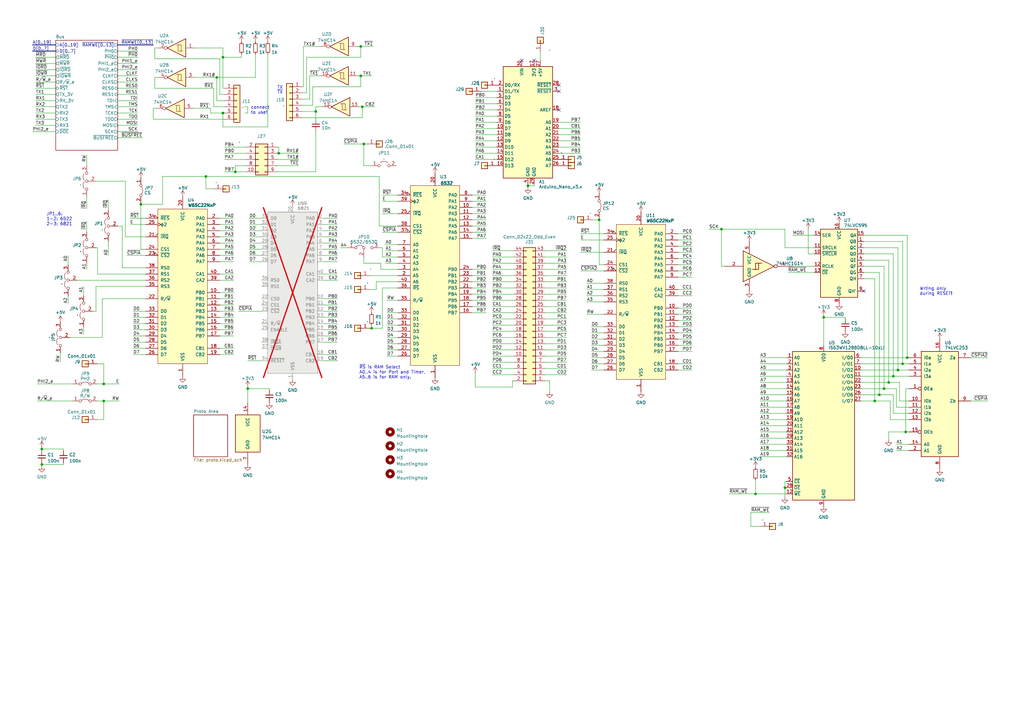
<source format=kicad_sch>
(kicad_sch (version 20230121) (generator eeschema)
  (paper "A3")
  (title_block (title "Unicomp v2 - MOS Multi Parallel Board") (date "2023-07-06") (rev "v1") (company "100% Offner") (comment 1 "v1: Initial"))
  (junction (at 147.955 19.05))
  (junction (at 152.4 134.62))
  (junction (at 91.44 23.495))
  (junction (at 372.11 146.685))
  (junction (at 129.54 45.72))
  (junction (at 147.955 31.115))
  (junction (at 101.6 159.385))
  (junction (at 245.745 90.17))
  (junction (at 337.82 130.175))
  (junction (at 370.205 149.225))
  (junction (at 371.475 177.165))
  (junction (at 368.3 151.765))
  (junction (at 42.545 157.48))
  (junction (at 114.3 62.865))
  (junction (at 362.585 159.385))
  (junction (at 42.545 164.465))
  (junction (at 360.68 161.925))
  (junction (at 96.52 70.485))
  (junction (at 17.145 184.15))
  (junction (at 91.44 46.355))
  (junction (at 364.49 156.845))
  (junction (at 321.945 200.025))
  (junction (at 57.785 83.82))
  (junction (at 358.775 164.465))
  (junction (at 88.9 31.75))
  (junction (at 309.88 202.565))
  (junction (at 366.395 154.305))
  (junction (at 148.59 43.815))
  (junction (at 17.145 190.5))
  (junction (at 84.455 72.39))
  (junction (at 295.91 93.98))
  (junction (at 216.535 76.2))
  (junction (at 149.225 59.055))
  (no_connect (at 219.075 24.765))
  (no_connect (at 229.235 45.085))
  (no_connect (at 213.995 24.765))
  (no_connect (at 229.235 37.465))
  (no_connect (at 229.235 34.925))
  (no_connect (at 354.33 119.38))
  (wire (pts (xy 331.47 93.98) (xy 331.47 104.14)))
  (wire (pts (xy 353.06 146.685) (xy 372.11 146.685)))
  (wire (pts (xy 132.715 89.535) (xy 138.43 89.535)))
  (wire (pts (xy 194.945 57.785) (xy 203.835 57.785)))
  (wire (pts (xy 194.945 153.035) (xy 194.945 158.75)))
  (wire (pts (xy 158.75 123.19) (xy 163.195 123.19)))
  (wire (pts (xy 35.56 107.95) (xy 35.56 110.49)))
  (wire (pts (xy 26.035 184.15) (xy 26.035 184.785)))
  (wire (pts (xy 63.5 24.13) (xy 63.5 19.685)))
  (wire (pts (xy 152.4 67.945) (xy 149.225 67.945)))
  (wire (pts (xy 139.7 101.6) (xy 142.875 101.6)))
  (wire (pts (xy 128.27 43.18) (xy 128.27 35.56)))
  (wire (pts (xy 278.13 128.905) (xy 283.845 128.905)))
  (wire (pts (xy 14.605 31.115) (xy 22.86 31.115)))
  (wire (pts (xy 278.13 149.225) (xy 283.845 149.225)))
  (wire (pts (xy 129.54 43.815) (xy 129.54 45.72)))
  (wire (pts (xy 155.575 92.71) (xy 155.575 72.39)))
  (wire (pts (xy 113.665 70.485) (xy 129.54 70.485)))
  (wire (pts (xy 53.34 89.535) (xy 59.69 89.535)))
  (wire (pts (xy 84.455 77.47) (xy 84.455 72.39)))
  (wire (pts (xy 223.52 120.65) (xy 232.41 120.65)))
  (wire (pts (xy 48.26 43.815) (xy 56.515 43.815)))
  (wire (pts (xy 51.435 97.155) (xy 59.69 97.155)))
  (wire (pts (xy 278.13 100.965) (xy 283.845 100.965)))
  (bus (pts (xy 48.26 18.415) (xy 62.865 18.415)))
  (wire (pts (xy 229.235 52.705) (xy 238.125 52.705)))
  (wire (pts (xy 223.52 107.95) (xy 232.41 107.95)))
  (wire (pts (xy 129.54 45.72) (xy 123.825 45.72)))
  (wire (pts (xy 240.665 118.745) (xy 247.65 118.745)))
  (wire (pts (xy 158.75 130.81) (xy 163.195 130.81)))
  (wire (pts (xy 311.785 151.765) (xy 322.58 151.765)))
  (wire (pts (xy 337.82 130.175) (xy 337.82 141.605)))
  (wire (pts (xy 100.33 46.355) (xy 101.6 46.355)))
  (wire (pts (xy 91.44 19.685) (xy 91.44 23.495)))
  (wire (pts (xy 353.06 156.845) (xy 364.49 156.845)))
  (wire (pts (xy 278.13 133.985) (xy 283.845 133.985)))
  (wire (pts (xy 372.745 167.005) (xy 367.665 167.005)))
  (wire (pts (xy 201.93 123.19) (xy 210.82 123.19)))
  (wire (pts (xy 102.235 102.235) (xy 107.315 102.235)))
  (wire (pts (xy 99.06 23.495) (xy 91.44 23.495)))
  (wire (pts (xy 156.21 110.49) (xy 156.21 107.95)))
  (wire (pts (xy 398.145 164.465) (xy 405.13 164.465)))
  (wire (pts (xy 366.395 161.925) (xy 366.395 169.545)))
  (wire (pts (xy 27.94 121.285) (xy 27.94 124.46)))
  (wire (pts (xy 114.3 62.865) (xy 122.555 62.865)))
  (wire (pts (xy 193.675 128.27) (xy 199.39 128.27)))
  (wire (pts (xy 223.52 128.27) (xy 232.41 128.27)))
  (wire (pts (xy 52.07 104.775) (xy 59.69 104.775)))
  (wire (pts (xy 372.745 164.465) (xy 368.935 164.465)))
  (wire (pts (xy 201.93 120.65) (xy 210.82 120.65)))
  (wire (pts (xy 311.785 146.685) (xy 322.58 146.685)))
  (wire (pts (xy 132.715 99.695) (xy 138.43 99.695)))
  (wire (pts (xy 372.745 159.385) (xy 371.475 159.385)))
  (wire (pts (xy 193.675 118.11) (xy 199.39 118.11)))
  (wire (pts (xy 242.57 144.145) (xy 247.65 144.145)))
  (wire (pts (xy 66.675 83.82) (xy 57.785 83.82)))
  (wire (pts (xy 148.59 43.815) (xy 147.32 43.815)))
  (wire (pts (xy 372.11 96.52) (xy 372.11 146.685)))
  (wire (pts (xy 80.01 31.75) (xy 88.9 31.75)))
  (wire (pts (xy 223.52 135.89) (xy 232.41 135.89)))
  (wire (pts (xy 194.945 62.865) (xy 203.835 62.865)))
  (wire (pts (xy 229.235 62.865) (xy 238.125 62.865)))
  (wire (pts (xy 158.75 135.89) (xy 163.195 135.89)))
  (wire (pts (xy 101.6 43.815) (xy 101.6 46.355)))
  (wire (pts (xy 194.945 52.705) (xy 203.835 52.705)))
  (wire (pts (xy 201.93 125.73) (xy 210.82 125.73)))
  (wire (pts (xy 54.61 137.795) (xy 59.69 137.795)))
  (wire (pts (xy 48.26 36.195) (xy 56.515 36.195)))
  (wire (pts (xy 216.535 75.565) (xy 216.535 76.2)))
  (wire (pts (xy 17.145 191.135) (xy 17.145 190.5)))
  (wire (pts (xy 92.075 38.735) (xy 90.17 38.735)))
  (wire (pts (xy 54.61 130.175) (xy 59.69 130.175)))
  (wire (pts (xy 201.93 143.51) (xy 210.82 143.51)))
  (wire (pts (xy 124.46 35.56) (xy 123.825 35.56)))
  (wire (pts (xy 17.145 190.5) (xy 26.035 190.5)))
  (wire (pts (xy 148.59 43.815) (xy 153.67 43.815)))
  (wire (pts (xy 368.3 151.765) (xy 372.745 151.765)))
  (wire (pts (xy 354.33 109.22) (xy 362.585 109.22)))
  (wire (pts (xy 223.52 123.19) (xy 232.41 123.19)))
  (wire (pts (xy 125.73 23.495) (xy 147.955 23.495)))
  (wire (pts (xy 223.52 110.49) (xy 232.41 110.49)))
  (wire (pts (xy 194.945 42.545) (xy 203.835 42.545)))
  (wire (pts (xy 353.06 149.225) (xy 370.205 149.225)))
  (wire (pts (xy 39.37 101.6) (xy 40.005 101.6)))
  (wire (pts (xy 132.715 145.415) (xy 138.43 145.415)))
  (wire (pts (xy 278.13 131.445) (xy 283.845 131.445)))
  (wire (pts (xy 193.675 110.49) (xy 199.39 110.49)))
  (wire (pts (xy 278.13 108.585) (xy 283.845 108.585)))
  (wire (pts (xy 158.115 100.33) (xy 163.195 100.33)))
  (wire (pts (xy 295.91 93.98) (xy 295.91 109.22)))
  (wire (pts (xy 48.26 20.955) (xy 56.515 20.955)))
  (wire (pts (xy 86.36 46.355) (xy 91.44 46.355)))
  (wire (pts (xy 278.13 139.065) (xy 283.845 139.065)))
  (wire (pts (xy 278.13 103.505) (xy 283.845 103.505)))
  (wire (pts (xy 216.535 76.2) (xy 219.075 76.2)))
  (wire (pts (xy 40.005 172.085) (xy 42.545 172.085)))
  (wire (pts (xy 323.215 111.76) (xy 334.01 111.76)))
  (wire (pts (xy 372.745 172.085) (xy 365.125 172.085)))
  (wire (pts (xy 48.26 28.575) (xy 56.515 28.575)))
  (wire (pts (xy 132.715 140.335) (xy 138.43 140.335)))
  (wire (pts (xy 84.455 72.39) (xy 66.675 72.39)))
  (wire (pts (xy 372.11 146.685) (xy 372.745 146.685)))
  (wire (pts (xy 90.17 130.175) (xy 95.885 130.175)))
  (wire (pts (xy 278.13 113.665) (xy 283.845 113.665)))
  (wire (pts (xy 353.06 151.765) (xy 368.3 151.765)))
  (wire (pts (xy 360.68 161.925) (xy 366.395 161.925)))
  (wire (pts (xy 245.745 89.535) (xy 245.745 90.17)))
  (wire (pts (xy 158.115 107.95) (xy 163.195 107.95)))
  (wire (pts (xy 131.445 19.05) (xy 124.46 19.05)))
  (wire (pts (xy 370.205 149.225) (xy 372.745 149.225)))
  (wire (pts (xy 14.605 46.355) (xy 22.86 46.355)))
  (wire (pts (xy 39.37 127.635) (xy 39.37 117.475)))
  (wire (pts (xy 311.785 149.225) (xy 322.58 149.225)))
  (wire (pts (xy 156.845 105.41) (xy 156.845 101.6)))
  (wire (pts (xy 102.235 97.155) (xy 107.315 97.155)))
  (wire (pts (xy 51.435 97.155) (xy 51.435 74.295)))
  (wire (pts (xy 210.185 156.21) (xy 210.82 156.21)))
  (wire (pts (xy 321.945 93.98) (xy 295.91 93.98)))
  (wire (pts (xy 97.79 127.635) (xy 107.315 127.635)))
  (wire (pts (xy 92.075 48.895) (xy 62.865 48.895)))
  (wire (pts (xy 201.93 140.97) (xy 210.82 140.97)))
  (wire (pts (xy 48.26 51.435) (xy 56.515 51.435)))
  (wire (pts (xy 13.335 53.975) (xy 22.86 53.975)))
  (wire (pts (xy 197.485 37.465) (xy 203.835 37.465)))
  (wire (pts (xy 158.75 143.51) (xy 163.195 143.51)))
  (wire (pts (xy 152.4 134.62) (xy 156.845 134.62)))
  (wire (pts (xy 35.56 63.5) (xy 35.56 67.945)))
  (wire (pts (xy 90.17 135.255) (xy 95.885 135.255)))
  (wire (pts (xy 311.785 156.845) (xy 322.58 156.845)))
  (wire (pts (xy 193.675 113.03) (xy 199.39 113.03)))
  (wire (pts (xy 238.125 103.505) (xy 247.65 103.505)))
  (wire (pts (xy 132.715 130.175) (xy 138.43 130.175)))
  (wire (pts (xy 132.715 127.635) (xy 138.43 127.635)))
  (wire (pts (xy 201.93 153.67) (xy 210.82 153.67)))
  (wire (pts (xy 102.235 107.315) (xy 107.315 107.315)))
  (wire (pts (xy 90.17 94.615) (xy 95.885 94.615)))
  (wire (pts (xy 54.61 127.635) (xy 59.69 127.635)))
  (wire (pts (xy 127 40.64) (xy 123.825 40.64)))
  (wire (pts (xy 124.46 19.05) (xy 124.46 35.56)))
  (wire (pts (xy 353.06 161.925) (xy 360.68 161.925)))
  (wire (pts (xy 90.17 38.735) (xy 90.17 24.13)))
  (wire (pts (xy 278.13 126.365) (xy 283.845 126.365)))
  (wire (pts (xy 128.27 35.56) (xy 147.955 35.56)))
  (wire (pts (xy 193.675 125.73) (xy 199.39 125.73)))
  (wire (pts (xy 245.745 108.585) (xy 245.745 90.17)))
  (wire (pts (xy 278.13 95.885) (xy 283.845 95.885)))
  (wire (pts (xy 102.235 99.695) (xy 107.315 99.695)))
  (wire (pts (xy 147.955 31.115) (xy 152.4 31.115)))
  (wire (pts (xy 129.54 70.485) (xy 129.54 53.975)))
  (wire (pts (xy 156.845 118.11) (xy 156.845 134.62)))
  (wire (pts (xy 223.52 143.51) (xy 232.41 143.51)))
  (wire (pts (xy 14.605 41.275) (xy 22.86 41.275)))
  (wire (pts (xy 87.63 36.195) (xy 63.5 36.195)))
  (wire (pts (xy 40.005 101.6) (xy 40.005 112.395)))
  (wire (pts (xy 201.93 135.89) (xy 210.82 135.89)))
  (wire (pts (xy 193.675 87.63) (xy 199.39 87.63)))
  (wire (pts (xy 358.775 164.465) (xy 365.125 164.465)))
  (wire (pts (xy 79.375 44.45) (xy 86.36 44.45)))
  (wire (pts (xy 311.785 161.925) (xy 322.58 161.925)))
  (wire (pts (xy 123.825 43.18) (xy 128.27 43.18)))
  (wire (pts (xy 311.785 174.625) (xy 322.58 174.625)))
  (wire (pts (xy 14.605 51.435) (xy 22.86 51.435)))
  (wire (pts (xy 242.57 133.985) (xy 247.65 133.985)))
  (wire (pts (xy 278.13 136.525) (xy 283.845 136.525)))
  (wire (pts (xy 201.93 115.57) (xy 210.82 115.57)))
  (wire (pts (xy 311.785 169.545) (xy 322.58 169.545)))
  (wire (pts (xy 50.165 109.855) (xy 59.69 109.855)))
  (wire (pts (xy 96.52 67.945) (xy 96.52 70.485)))
  (wire (pts (xy 63.5 19.685) (xy 64.77 19.685)))
  (wire (pts (xy 307.975 215.9) (xy 307.975 210.185)))
  (wire (pts (xy 193.675 80.01) (xy 199.39 80.01)))
  (wire (pts (xy 17.145 183.515) (xy 17.145 184.15)))
  (wire (pts (xy 129.54 45.72) (xy 129.54 48.895)))
  (wire (pts (xy 54.61 140.335) (xy 59.69 140.335)))
  (wire (pts (xy 132.715 122.555) (xy 138.43 122.555)))
  (wire (pts (xy 90.17 122.555) (xy 95.885 122.555)))
  (wire (pts (xy 102.235 89.535) (xy 107.315 89.535)))
  (wire (pts (xy 125.73 38.1) (xy 125.73 23.495)))
  (wire (pts (xy 104.775 31.75) (xy 88.9 31.75)))
  (wire (pts (xy 156.845 82.55) (xy 163.195 82.55)))
  (wire (pts (xy 151.765 118.745) (xy 154.305 118.745)))
  (wire (pts (xy 360.68 111.76) (xy 360.68 161.925)))
  (wire (pts (xy 91.44 36.195) (xy 92.075 36.195)))
  (wire (pts (xy 88.9 31.75) (xy 88.9 41.275)))
  (wire (pts (xy 193.675 115.57) (xy 199.39 115.57)))
  (wire (pts (xy 367.665 167.005) (xy 367.665 159.385)))
  (wire (pts (xy 337.82 129.54) (xy 337.82 130.175)))
  (wire (pts (xy 90.17 102.235) (xy 95.885 102.235)))
  (wire (pts (xy 149.225 107.95) (xy 149.225 105.41)))
  (wire (pts (xy 311.785 187.325) (xy 322.58 187.325)))
  (wire (pts (xy 127 31.115) (xy 127 40.64)))
  (wire (pts (xy 371.475 159.385) (xy 371.475 177.165)))
  (wire (pts (xy 278.13 144.145) (xy 283.845 144.145)))
  (wire (pts (xy 147.955 19.05) (xy 146.685 19.05)))
  (wire (pts (xy 240.665 116.205) (xy 247.65 116.205)))
  (wire (pts (xy 50.165 92.71) (xy 48.26 92.71)))
  (wire (pts (xy 156.845 80.01) (xy 163.195 80.01)))
  (wire (pts (xy 311.785 184.785) (xy 322.58 184.785)))
  (wire (pts (xy 311.785 172.085) (xy 322.58 172.085)))
  (wire (pts (xy 14.605 33.655) (xy 22.86 33.655)))
  (wire (pts (xy 156.845 95.25) (xy 163.195 95.25)))
  (wire (pts (xy 158.75 140.97) (xy 163.195 140.97)))
  (wire (pts (xy 90.17 120.015) (xy 95.885 120.015)))
  (wire (pts (xy 223.52 133.35) (xy 232.41 133.35)))
  (wire (pts (xy 201.93 133.35) (xy 210.82 133.35)))
  (wire (pts (xy 48.26 26.035) (xy 56.515 26.035)))
  (wire (pts (xy 132.715 92.075) (xy 138.43 92.075)))
  (wire (pts (xy 365.125 172.085) (xy 365.125 164.465)))
  (wire (pts (xy 201.93 107.95) (xy 210.82 107.95)))
  (wire (pts (xy 229.235 50.165) (xy 238.125 50.165)))
  (wire (pts (xy 44.45 99.06) (xy 44.45 104.775)))
  (wire (pts (xy 158.75 138.43) (xy 163.195 138.43)))
  (wire (pts (xy 122.555 65.405) (xy 113.665 65.405)))
  (wire (pts (xy 297.18 109.22) (xy 295.91 109.22)))
  (bus (pts (xy 22.86 18.415) (xy 13.335 18.415)))
  (wire (pts (xy 90.17 132.715) (xy 95.885 132.715)))
  (wire (pts (xy 242.57 141.605) (xy 247.65 141.605)))
  (wire (pts (xy 156.845 118.11) (xy 163.195 118.11)))
  (wire (pts (xy 156.845 87.63) (xy 163.195 87.63)))
  (wire (pts (xy 321.945 200.025) (xy 321.945 203.835)))
  (wire (pts (xy 149.225 67.945) (xy 149.225 59.055)))
  (wire (pts (xy 242.57 136.525) (xy 247.65 136.525)))
  (wire (pts (xy 242.57 151.765) (xy 247.65 151.765)))
  (wire (pts (xy 370.205 99.06) (xy 370.205 149.225)))
  (wire (pts (xy 54.61 142.875) (xy 59.69 142.875)))
  (wire (pts (xy 90.17 125.095) (xy 95.885 125.095)))
  (wire (pts (xy 201.93 130.81) (xy 210.82 130.81)))
  (wire (pts (xy 364.49 156.845) (xy 368.935 156.845)))
  (wire (pts (xy 100.965 67.945) (xy 96.52 67.945)))
  (wire (pts (xy 50.165 109.855) (xy 50.165 92.71)))
  (wire (pts (xy 354.33 114.3) (xy 358.775 114.3)))
  (wire (pts (xy 223.52 138.43) (xy 232.41 138.43)))
  (wire (pts (xy 201.93 148.59) (xy 210.82 148.59)))
  (wire (pts (xy 109.855 52.07) (xy 91.44 52.07)))
  (wire (pts (xy 28.575 138.43) (xy 41.91 138.43)))
  (wire (pts (xy 278.13 111.125) (xy 283.845 111.125)))
  (wire (pts (xy 309.88 202.565) (xy 322.58 202.565)))
  (wire (pts (xy 358.775 114.3) (xy 358.775 164.465)))
  (wire (pts (xy 311.785 167.005) (xy 322.58 167.005)))
  (wire (pts (xy 240.665 128.905) (xy 247.65 128.905)))
  (wire (pts (xy 48.26 48.895) (xy 56.515 48.895)))
  (wire (pts (xy 223.52 140.97) (xy 232.41 140.97)))
  (wire (pts (xy 63.5 36.195) (xy 63.5 31.75)))
  (wire (pts (xy 62.865 48.895) (xy 62.865 44.45)))
  (wire (pts (xy 148.59 48.26) (xy 148.59 43.815)))
  (wire (pts (xy 309.88 196.85) (xy 309.88 202.565)))
  (wire (pts (xy 54.61 145.415) (xy 59.69 145.415)))
  (wire (pts (xy 24.765 144.78) (xy 24.765 148.59)))
  (wire (pts (xy 223.52 148.59) (xy 232.41 148.59)))
  (wire (pts (xy 48.26 33.655) (xy 56.515 33.655)))
  (wire (pts (xy 90.17 114.935) (xy 95.885 114.935)))
  (wire (pts (xy 156.845 101.6) (xy 155.575 101.6)))
  (wire (pts (xy 354.33 111.76) (xy 360.68 111.76)))
  (wire (pts (xy 223.52 102.87) (xy 232.41 102.87)))
  (wire (pts (xy 114.3 60.325) (xy 113.665 60.325)))
  (wire (pts (xy 354.33 104.14) (xy 366.395 104.14)))
  (wire (pts (xy 371.475 177.165) (xy 372.745 177.165)))
  (wire (pts (xy 240.665 121.285) (xy 247.65 121.285)))
  (wire (pts (xy 366.395 169.545) (xy 372.745 169.545)))
  (wire (pts (xy 311.785 215.9) (xy 307.975 215.9)))
  (wire (pts (xy 194.945 55.245) (xy 203.835 55.245)))
  (wire (pts (xy 90.17 145.415) (xy 95.885 145.415)))
  (wire (pts (xy 364.49 177.165) (xy 371.475 177.165)))
  (wire (pts (xy 14.605 36.195) (xy 22.86 36.195)))
  (wire (pts (xy 132.715 137.795) (xy 138.43 137.795)))
  (wire (pts (xy 42.545 172.085) (xy 42.545 164.465)))
  (wire (pts (xy 90.17 112.395) (xy 95.885 112.395)))
  (wire (pts (xy 42.545 157.48) (xy 40.005 157.48)))
  (wire (pts (xy 54.61 132.715) (xy 59.69 132.715)))
  (wire (pts (xy 101.6 158.75) (xy 101.6 159.385)))
  (wire (pts (xy 221.615 21.59) (xy 221.615 24.765)))
  (wire (pts (xy 48.26 41.275) (xy 56.515 41.275)))
  (wire (pts (xy 321.945 101.6) (xy 334.01 101.6)))
  (wire (pts (xy 364.49 177.165) (xy 364.49 180.34)))
  (wire (pts (xy 131.445 31.115) (xy 127 31.115)))
  (wire (pts (xy 311.785 177.165) (xy 322.58 177.165)))
  (wire (pts (xy 132.715 97.155) (xy 138.43 97.155)))
  (wire (pts (xy 321.945 93.98) (xy 321.945 101.6)))
  (wire (pts (xy 201.93 151.13) (xy 210.82 151.13)))
  (wire (pts (xy 193.675 85.09) (xy 199.39 85.09)))
  (wire (pts (xy 223.52 146.05) (xy 232.41 146.05)))
  (wire (pts (xy 367.665 182.245) (xy 372.745 182.245)))
  (wire (pts (xy 223.52 113.03) (xy 232.41 113.03)))
  (wire (pts (xy 193.675 92.71) (xy 199.39 92.71)))
  (wire (pts (xy 362.585 109.22) (xy 362.585 159.385)))
  (wire (pts (xy 123.825 38.1) (xy 125.73 38.1)))
  (wire (pts (xy 311.785 179.705) (xy 322.58 179.705)))
  (wire (pts (xy 278.13 118.745) (xy 283.845 118.745)))
  (wire (pts (xy 40.005 112.395) (xy 59.69 112.395)))
  (wire (pts (xy 26.035 189.865) (xy 26.035 190.5)))
  (wire (pts (xy 31.75 114.935) (xy 59.69 114.935)))
  (wire (pts (xy 44.45 81.915) (xy 44.45 86.36)))
  (wire (pts (xy 48.26 53.975) (xy 56.515 53.975)))
  (wire (pts (xy 201.93 113.03) (xy 210.82 113.03)))
  (wire (pts (xy 90.17 104.775) (xy 95.885 104.775)))
  (wire (pts (xy 194.945 60.325) (xy 203.835 60.325)))
  (wire (pts (xy 193.675 97.79) (xy 199.39 97.79)))
  (wire (pts (xy 42.545 164.465) (xy 48.895 164.465)))
  (wire (pts (xy 87.63 43.815) (xy 87.63 36.195)))
  (wire (pts (xy 132.715 94.615) (xy 138.43 94.615)))
  (wire (pts (xy 242.57 146.685) (xy 247.65 146.685)))
  (wire (pts (xy 91.44 23.495) (xy 91.44 36.195)))
  (wire (pts (xy 14.605 28.575) (xy 22.86 28.575)))
  (wire (pts (xy 201.93 138.43) (xy 210.82 138.43)))
  (wire (pts (xy 27.94 104.775) (xy 27.94 108.585)))
  (wire (pts (xy 290.83 93.98) (xy 295.91 93.98)))
  (wire (pts (xy 42.545 157.48) (xy 48.895 157.48)))
  (wire (pts (xy 398.145 146.685) (xy 405.13 146.685)))
  (wire (pts (xy 104.775 22.225) (xy 104.775 31.75)))
  (wire (pts (xy 41.91 122.555) (xy 59.69 122.555)))
  (wire (pts (xy 223.52 118.11) (xy 232.41 118.11)))
  (wire (pts (xy 140.97 59.055) (xy 149.225 59.055)))
  (wire (pts (xy 366.395 104.14) (xy 366.395 154.305)))
  (wire (pts (xy 353.06 154.305) (xy 366.395 154.305)))
  (wire (pts (xy 223.52 153.67) (xy 232.41 153.67)))
  (wire (pts (xy 158.75 146.05) (xy 163.195 146.05)))
  (wire (pts (xy 34.29 133.985) (xy 34.29 137.16)))
  (wire (pts (xy 48.26 38.735) (xy 56.515 38.735)))
  (wire (pts (xy 54.61 135.255) (xy 59.69 135.255)))
  (wire (pts (xy 14.605 43.815) (xy 22.86 43.815)))
  (wire (pts (xy 80.01 19.685) (xy 91.44 19.685)))
  (wire (pts (xy 194.945 47.625) (xy 203.835 47.625)))
  (wire (pts (xy 102.235 92.075) (xy 107.315 92.075)))
  (wire (pts (xy 247.65 108.585) (xy 245.745 108.585)))
  (wire (pts (xy 325.12 96.52) (xy 334.01 96.52)))
  (wire (pts (xy 90.17 99.695) (xy 95.885 99.695)))
  (wire (pts (xy 368.935 164.465) (xy 368.935 156.845)))
  (wire (pts (xy 346.71 130.175) (xy 346.71 130.81)))
  (wire (pts (xy 278.13 141.605) (xy 283.845 141.605)))
  (wire (pts (xy 42.545 164.465) (xy 40.005 164.465)))
  (wire (pts (xy 14.605 38.735) (xy 22.86 38.735)))
  (wire (pts (xy 96.52 70.485) (xy 100.965 70.485)))
  (wire (pts (xy 223.52 151.13) (xy 232.41 151.13)))
  (wire (pts (xy 216.535 76.2) (xy 216.535 76.835)))
  (wire (pts (xy 243.205 90.17) (xy 245.745 90.17)))
  (wire (pts (xy 17.145 184.15) (xy 17.145 184.785)))
  (wire (pts (xy 91.44 46.355) (xy 92.075 46.355)))
  (wire (pts (xy 91.44 52.07) (xy 91.44 46.355)))
  (wire (pts (xy 151.765 113.03) (xy 163.195 113.03)))
  (wire (pts (xy 154.305 115.57) (xy 163.195 115.57)))
  (wire (pts (xy 238.125 111.125) (xy 247.65 111.125)))
  (wire (pts (xy 92.075 60.325) (xy 100.965 60.325)))
  (wire (pts (xy 194.945 65.405) (xy 203.835 65.405)))
  (wire (pts (xy 48.26 56.515) (xy 58.42 56.515)))
  (wire (pts (xy 238.125 98.425) (xy 247.65 98.425)))
  (wire (pts (xy 90.17 142.875) (xy 95.885 142.875)))
  (wire (pts (xy 14.605 23.495) (xy 22.86 23.495)))
  (wire (pts (xy 307.975 210.185) (xy 315.595 210.185)))
  (wire (pts (xy 156.21 110.49) (xy 163.195 110.49)))
  (wire (pts (xy 201.93 102.87) (xy 210.82 102.87)))
  (wire (pts (xy 132.715 147.955) (xy 138.43 147.955)))
  (wire (pts (xy 132.715 112.395) (xy 138.43 112.395)))
  (wire (pts (xy 14.605 26.035) (xy 22.86 26.035)))
  (wire (pts (xy 41.91 122.555) (xy 41.91 138.43)))
  (wire (pts (xy 42.545 149.225) (xy 42.545 157.48)))
  (wire (pts (xy 101.6 159.385) (xy 101.6 165.1)))
  (wire (pts (xy 132.715 104.775) (xy 138.43 104.775)))
  (wire (pts (xy 123.825 48.26) (xy 148.59 48.26)))
  (wire (pts (xy 193.675 120.65) (xy 199.39 120.65)))
  (wire (pts (xy 311.785 159.385) (xy 322.58 159.385)))
  (wire (pts (xy 92.075 70.485) (xy 96.52 70.485)))
  (wire (pts (xy 201.93 105.41) (xy 210.82 105.41)))
  (wire (pts (xy 90.17 24.13) (xy 63.5 24.13)))
  (wire (pts (xy 194.945 40.005) (xy 203.835 40.005)))
  (wire (pts (xy 210.185 156.21) (xy 210.185 158.75)))
  (wire (pts (xy 155.575 92.71) (xy 163.195 92.71)))
  (wire (pts (xy 132.715 135.255) (xy 138.43 135.255)))
  (wire (pts (xy 321.945 200.025) (xy 322.58 200.025)))
  (wire (pts (xy 132.715 114.935) (xy 138.43 114.935)))
  (wire (pts (xy 102.235 104.775) (xy 107.315 104.775)))
  (wire (pts (xy 57.785 83.185) (xy 57.785 83.82)))
  (wire (pts (xy 311.785 182.245) (xy 322.58 182.245)))
  (wire (pts (xy 278.13 151.765) (xy 283.845 151.765)))
  (wire (pts (xy 223.52 130.81) (xy 232.41 130.81)))
  (wire (pts (xy 84.455 72.39) (xy 155.575 72.39)))
  (wire (pts (xy 151.765 134.62) (xy 152.4 134.62)))
  (wire (pts (xy 53.34 92.075) (xy 59.69 92.075)))
  (wire (pts (xy 154.305 118.745) (xy 154.305 115.57)))
  (wire (pts (xy 152.4 133.35) (xy 152.4 134.62)))
  (wire (pts (xy 156.845 105.41) (xy 163.195 105.41)))
  (wire (pts (xy 90.17 137.795) (xy 95.885 137.795)))
  (wire (pts (xy 311.785 164.465) (xy 322.58 164.465)))
  (wire (pts (xy 223.52 115.57) (xy 232.41 115.57)))
  (wire (pts (xy 321.945 197.485) (xy 321.945 200.025)))
  (wire (pts (xy 86.36 44.45) (xy 86.36 46.355)))
  (wire (pts (xy 15.24 164.465) (xy 29.845 164.465)))
  (wire (pts (xy 90.17 92.075) (xy 95.885 92.075)))
  (wire (pts (xy 219.075 76.2) (xy 219.075 75.565)))
  (wire (pts (xy 110.49 159.385) (xy 110.49 160.02)))
  (wire (pts (xy 90.17 97.155) (xy 95.885 97.155)))
  (wire (pts (xy 40.005 149.225) (xy 42.545 149.225)))
  (wire (pts (xy 99.06 22.225) (xy 99.06 23.495)))
  (wire (pts (xy 90.17 107.315) (xy 95.885 107.315)))
  (wire (pts (xy 109.855 22.225) (xy 109.855 52.07)))
  (wire (pts (xy 311.785 154.305) (xy 322.58 154.305)))
  (wire (pts (xy 201.93 146.05) (xy 210.82 146.05)))
  (wire (pts (xy 238.125 95.885) (xy 247.65 95.885)))
  (wire (pts (xy 353.06 164.465) (xy 358.775 164.465)))
  (wire (pts (xy 367.665 184.785) (xy 372.745 184.785)))
  (wire (pts (xy 92.075 65.405) (xy 100.965 65.405)))
  (wire (pts (xy 149.225 59.055) (xy 150.495 59.055)))
  (wire (pts (xy 132.08 43.815) (xy 129.54 43.815)))
  (wire (pts (xy 113.665 67.945) (xy 122.555 67.945)))
  (wire (pts (xy 242.57 139.065) (xy 247.65 139.065)))
  (wire (pts (xy 331.47 104.14) (xy 334.01 104.14)))
  (wire (pts (xy 194.945 158.75) (xy 210.185 158.75)))
  (wire (pts (xy 92.075 43.815) (xy 87.63 43.815)))
  (wire (pts (xy 59.69 102.235) (xy 57.785 102.235)))
  (wire (pts (xy 63.5 31.75) (xy 64.77 31.75)))
  (wire (pts (xy 229.235 60.325) (xy 238.125 60.325)))
  (wire (pts (xy 194.945 45.085) (xy 203.835 45.085)))
  (wire (pts (xy 193.675 123.19) (xy 199.39 123.19)))
  (wire (pts (xy 113.665 62.865) (xy 114.3 62.865)))
  (wire (pts (xy 48.26 23.495) (xy 56.515 23.495)))
  (wire (pts (xy 225.425 156.21) (xy 225.425 160.655)))
  (wire (pts (xy 92.075 62.865) (xy 100.965 62.865)))
  (wire (pts (xy 101.6 159.385) (xy 110.49 159.385)))
  (wire (pts (xy 101.6 147.955) (xy 107.315 147.955)))
  (wire (pts (xy 278.13 121.285) (xy 283.845 121.285)))
  (bus (pts (xy 22.86 20.955) (xy 13.335 20.955)))
  (wire (pts (xy 102.235 94.615) (xy 107.315 94.615)))
  (wire (pts (xy 299.085 202.565) (xy 309.88 202.565)))
  (wire (pts (xy 38.1 127.635) (xy 39.37 127.635)))
  (wire (pts (xy 201.93 110.49) (xy 210.82 110.49)))
  (wire (pts (xy 366.395 154.305) (xy 372.745 154.305)))
  (wire (pts (xy 354.33 101.6) (xy 368.3 101.6)))
  (wire (pts (xy 156.21 107.95) (xy 149.225 107.95)))
  (wire (pts (xy 223.52 156.21) (xy 225.425 156.21)))
  (wire (pts (xy 100.33 43.815) (xy 101.6 43.815)))
  (wire (pts (xy 132.715 102.235) (xy 138.43 102.235)))
  (wire (pts (xy 337.82 130.175) (xy 346.71 130.175)))
  (wire (pts (xy 90.17 89.535) (xy 95.885 89.535)))
  (wire (pts (xy 87.63 77.47) (xy 84.455 77.47)))
  (wire (pts (xy 240.665 123.825) (xy 247.65 123.825)))
  (wire (pts (xy 201.93 128.27) (xy 210.82 128.27)))
  (wire (pts (xy 48.26 46.355) (xy 56.515 46.355)))
  (wire (pts (xy 364.49 106.68) (xy 364.49 156.845)))
  (wire (pts (xy 34.29 117.475) (xy 34.29 121.285)))
  (wire (pts (xy 114.3 62.865) (xy 114.3 60.325)))
  (wire (pts (xy 48.26 31.115) (xy 56.515 31.115)))
  (wire (pts (xy 147.955 31.115) (xy 146.685 31.115)))
  (wire (pts (xy 17.145 190.5) (xy 17.145 189.865)))
  (wire (pts (xy 368.3 101.6) (xy 368.3 151.765)))
  (wire (pts (xy 362.585 159.385) (xy 367.665 159.385)))
  (wire (pts (xy 353.06 159.385) (xy 362.585 159.385)))
  (wire (pts (xy 17.145 184.15) (xy 26.035 184.15)))
  (wire (pts (xy 229.235 57.785) (xy 238.125 57.785)))
  (wire (pts (xy 51.435 74.295) (xy 39.37 74.295)))
  (wire (pts (xy 223.52 105.41) (xy 232.41 105.41)))
  (wire (pts (xy 354.33 106.68) (xy 364.49 106.68)))
  (wire (pts (xy 354.33 99.06) (xy 370.205 99.06)))
  (wire (pts (xy 223.52 125.73) (xy 232.41 125.73)))
  (wire (pts (xy 193.675 90.17) (xy 199.39 90.17)))
  (wire (pts (xy 158.75 133.35) (xy 163.195 133.35)))
  (wire (pts (xy 229.235 55.245) (xy 238.125 55.245)))
  (wire (pts (xy 147.955 35.56) (xy 147.955 31.115)))
  (wire (pts (xy 14.605 48.895) (xy 22.86 48.895)))
  (wire (pts (xy 39.37 117.475) (xy 59.69 117.475)))
  (wire (pts (xy 132.715 125.095) (xy 138.43 125.095)))
  (wire (pts (xy 62.865 44.45) (xy 64.135 44.45)))
  (wire (pts (xy 201.93 118.11) (xy 210.82 118.11)))
  (wire (pts (xy 354.33 96.52) (xy 372.11 96.52)))
  (wire (pts (xy 193.675 95.25) (xy 199.39 95.25)))
  (wire (pts (xy 242.57 149.225) (xy 247.65 149.225)))
  (wire (pts (xy 132.715 132.715) (xy 138.43 132.715)))
  (wire (pts (xy 57.785 102.235) (xy 57.785 83.82)))
  (wire (pts (xy 132.715 107.315) (xy 138.43 107.315)))
  (wire (pts (xy 278.13 98.425) (xy 283.845 98.425)))
  (wire (pts (xy 66.675 72.39) (xy 66.675 83.82)))
  (wire (pts (xy 193.675 82.55) (xy 199.39 82.55)))
  (wire (pts (xy 15.24 157.48) (xy 29.845 157.48)))
  (wire (pts (xy 147.955 19.05) (xy 153.035 19.05)))
  (wire (pts (xy 325.12 109.22) (xy 334.01 109.22)))
  (wire (pts (xy 158.115 102.87) (xy 163.195 102.87)))
  (wire (pts (xy 35.56 90.805) (xy 35.56 95.25)))
  (wire (pts (xy 278.13 106.045) (xy 283.845 106.045)))
  (wire (pts (xy 88.9 41.275) (xy 92.075 41.275)))
  (wire (pts (xy 194.945 50.165) (xy 203.835 50.165)))
  (wire (pts (xy 35.56 80.645) (xy 35.56 85.725)))
  (wire (pts (xy 90.17 127.635) (xy 95.885 127.635)))
  (wire (pts (xy 321.945 197.485) (xy 322.58 197.485)))
  (wire (pts (xy 147.955 23.495) (xy 147.955 19.05)))
  (wire (pts (xy 158.75 128.27) (xy 163.195 128.27)))
  (text "Wrting only\nduring RESET!" (at 377.19 121.285 0) (effects (font (size 1.27 1.27)) (justify left bottom)))
  (text "connect\nto use!" (at 102.87 46.99 0) (effects (font (size 1.27 1.27)) (justify left bottom)))
  (text "~{RS} is RAM Select\nA0..4 is for Port and Timer,\nA5..6 is for RAM only." (at 147.32 155.575 0) (effects (font (size 1.27 1.27)) (justify left bottom)))
  (text "JP1..6:\n1-2: 6522\n2-3: 6821" (at 19.05 92.71 0) (effects (font (size 1.27 1.27)) (justify left bottom)))
  (text "TX\n~{TX}" (at 113.665 38.735 0) (effects (font (size 1.27 1.27)) (justify left bottom)))
  (label "PB7" (at 232.41 123.19 180))
  (label "~{RAMWE[0..13]}" (at 62.865 18.415 180))
  (label "D6" (at 242.57 149.225 0))
  (label "~{IOWR}" (at 14.605 31.115 0))
  (label "~{CSPIA}" (at 52.07 104.775 0))
  (label "CC1" (at 283.845 118.745 180))
  (label "PD0" (at 201.93 140.97 0))
  (label "PA4" (at 95.885 99.695 180))
  (label "TX1#" (at 124.46 19.05 0))
  (label "RW" (at 48.895 164.465 180))
  (label "~{TX1}" (at 153.035 19.05 180))
  (label "PA6" (at 95.885 104.775 180))
  (label "PA0" (at 194.945 47.625 0))
  (label "PA3" (at 138.43 97.155 180))
  (label "PB4" (at 238.125 60.325 180))
  (label "PA5" (at 232.41 110.49 180))
  (label "D6" (at 158.75 143.51 0))
  (label "PA3" (at 194.945 55.245 0))
  (label "PD0" (at 283.845 126.365 180))
  (label "PB7" (at 95.885 137.795 180))
  (label "SCK" (at 290.83 93.98 0))
  (label "PA3" (at 199.39 87.63 180))
  (label "CB1" (at 138.43 145.415 180))
  (label "~{RAM_WE}" (at 299.085 202.565 0))
  (label "~{RST}" (at 238.125 95.885 0))
  (label "PB0" (at 138.43 122.555 180))
  (label "A4" (at 139.7 101.6 0))
  (label "PB7" (at 92.075 70.485 0))
  (label "RW" (at 24.765 148.59 90))
  (label "PB4" (at 138.43 132.715 180))
  (label "PC1" (at 283.845 98.425 180))
  (label "D6" (at 54.61 142.875 0))
  (label "PB4" (at 199.39 120.65 180))
  (label "PD6" (at 201.93 148.59 0))
  (label "PHI2_e" (at 56.515 28.575 180))
  (label "PC3" (at 232.41 133.35 180))
  (label "~{RST}" (at 101.6 147.955 0))
  (label "D0" (at 102.235 89.535 0))
  (label "PB4" (at 201.93 120.65 0))
  (label "D7" (at 102.235 107.315 0))
  (label "~{IRQ}" (at 156.845 87.63 0))
  (label "A3" (at 158.115 107.95 0))
  (label "~{TX1}" (at 122.555 67.945 180))
  (label "PD3" (at 283.845 133.985 180))
  (label "PD3" (at 232.41 143.51 180))
  (label "RX1#" (at 88.265 31.75 180))
  (label "D2" (at 102.235 94.615 0))
  (label "PB6" (at 199.39 125.73 180))
  (label "~{BUSFREE}" (at 58.42 56.515 180))
  (label "PD2" (at 201.93 143.51 0))
  (label "D3" (at 54.61 135.255 0))
  (label "PA5" (at 199.39 92.71 180))
  (label "PB7" (at 138.43 140.335 180))
  (label "PB2" (at 138.43 127.635 180))
  (label "PC5" (at 232.41 135.89 180))
  (label "~{RST}" (at 53.34 89.535 0))
  (label "PA2" (at 199.39 85.09 180))
  (label "PH0" (at 56.515 20.955 180))
  (label "A1" (at 367.665 182.245 0))
  (label "PD1" (at 283.845 128.905 180))
  (label "A3" (at 34.29 137.16 90))
  (label "TX2" (at 14.605 46.355 0))
  (label "A4" (at 311.785 149.225 0))
  (label "PB2" (at 194.945 45.085 0))
  (label "TX3" (at 14.605 51.435 0))
  (label "~{IRQ}" (at 35.56 85.725 90))
  (label "PB1" (at 194.945 42.545 0))
  (label "CLKS" (at 56.515 33.655 180))
  (label "PD7" (at 232.41 148.59 180))
  (label "D5" (at 158.75 140.97 0))
  (label "SCK" (at 56.515 53.975 180))
  (label "PD5" (at 232.41 146.05 180))
  (label "PB0" (at 95.885 120.015 180))
  (label "A13" (at 311.785 172.085 0))
  (label "A1" (at 240.665 118.745 0))
  (label "D0" (at 158.75 128.27 0))
  (label "PA5" (at 194.945 60.325 0))
  (label "RW" (at 35.56 63.5 270))
  (label "PA6" (at 199.39 95.25 180))
  (label "PB0" (at 194.945 40.005 0))
  (label "~{IRQ}" (at 201.93 102.87 0))
  (label "RX1" (at 81.915 48.895 0))
  (label "A3" (at 311.785 146.685 0))
  (label "PB1" (at 232.41 115.57 180))
  (label "RX1#" (at 122.555 62.865 180))
  (label "PA7" (at 199.39 97.79 180))
  (label "~{RAM_WE}" (at 315.595 210.185 180))
  (label "A17" (at 311.785 182.245 0))
  (label "A2" (at 158.115 105.41 0))
  (label "TDI" (at 56.515 41.275 180))
  (label "PC4" (at 201.93 135.89 0))
  (label "CB1" (at 232.41 125.73 180))
  (label "R{slash}~{W}_e" (at 15.24 164.465 0))
  (label "~{RST}" (at 14.605 36.195 0))
  (label "R{slash}~{W}_e" (at 14.605 33.655 0))
  (label "~{PH0}" (at 56.515 23.495 180))
  (label "CLKF" (at 56.515 31.115 180))
  (label "PB1" (at 95.885 122.555 180))
  (label "CD1" (at 232.41 151.13 180))
  (label "~{RX1}" (at 87.63 36.195 180))
  (label "PA6" (at 138.43 104.775 180))
  (label "A1" (at 34.29 117.475 270))
  (label "~{CSPIA}" (at 156.845 95.25 0))
  (label "PC0" (at 283.845 95.885 180))
  (label "A0" (at 44.45 104.775 90))
  (label "PB5" (at 232.41 120.65 180))
  (label "A0" (at 27.94 104.775 270))
  (label "CB2" (at 232.41 128.27 180))
  (label "A14" (at 311.785 174.625 0))
  (label "PA0" (at 95.885 89.535 180))
  (label "D0" (at 242.57 133.985 0))
  (label "~{IRQ}" (at 35.56 90.805 270))
  (label "PHI2_e" (at 13.335 53.975 0))
  (label "~{IORD}" (at 14.605 28.575 0))
  (label "~{RX1}'" (at 86.36 44.45 180))
  (label "PA7" (at 138.43 107.315 180))
  (label "CB2" (at 138.43 147.955 180))
  (label "A10" (at 311.785 164.465 0))
  (label "RX3" (at 14.605 48.895 0))
  (label "PD4" (at 201.93 146.05 0))
  (label "PB3" (at 199.39 118.11 180))
  (label "PA4" (at 199.39 90.17 180))
  (label "PB1" (at 199.39 113.03 180))
  (label "D2" (at 54.61 132.715 0))
  (label "PA6" (at 194.945 62.865 0))
  (label "RES1" (at 56.515 38.735 180))
  (label "A1" (at 35.56 110.49 90))
  (label "PC1" (at 232.41 130.81 180))
  (label "D2" (at 242.57 139.065 0))
  (label "CA2" (at 95.885 114.935 180))
  (label "~{CSPIA}" (at 140.97 59.055 0))
  (label "PC3" (at 283.845 103.505 180))
  (label "RW" (at 240.665 128.905 0))
  (label "TDO" (at 56.515 48.895 180))
  (label "MOSI" (at 56.515 51.435 180))
  (label "PC7" (at 283.845 113.665 180))
  (label "CB2" (at 153.67 43.815 180))
  (label "A0" (at 240.665 116.205 0))
  (label "E" (at 156.845 82.55 0))
  (label "PA3" (at 95.885 97.155 180))
  (label "~{IRQ2}" (at 238.125 103.505 0))
  (label "A6" (at 311.785 154.305 0))
  (label "E" (at 53.34 92.075 0))
  (label "A7" (at 311.785 156.845 0))
  (label "RES0" (at 56.515 36.195 180))
  (label "PA0" (at 138.43 89.535 180))
  (label "PA2" (at 194.945 52.705 0))
  (label "~{RAM_WE}" (at 323.215 111.76 0))
  (label "PB5" (at 138.43 135.255 180))
  (label "CB2" (at 95.885 145.415 180))
  (label "D1" (at 158.75 130.81 0))
  (label "PC6" (at 201.93 138.43 0))
  (label "PA5" (at 95.885 102.235 180))
  (label "CA2" (at 201.93 128.27 0))
  (label "A12" (at 311.785 169.545 0))
  (label "CA1" (at 138.43 112.395 180))
  (label "D4" (at 158.75 138.43 0))
  (label "PHI2_e" (at 15.24 157.48 0))
  (label "~{TX1}" (at 127 31.115 0))
  (label "A0" (at 158.115 100.33 0))
  (label "CC2" (at 283.845 121.285 180))
  (label "D1" (at 242.57 136.525 0))
  (label "PD5" (at 283.845 139.065 180))
  (label "TMS" (at 56.515 43.815 180))
  (label "E" (at 48.895 157.48 180))
  (label "CA1" (at 201.93 125.73 0))
  (label "D[0..7]" (at 13.335 20.955 0))
  (label "A2" (at 27.94 124.46 90))
  (label "A5" (at 311.785 151.765 0))
  (label "RX1" (at 14.605 41.275 0))
  (label "PC6" (at 283.845 111.125 180))
  (label "PD6" (at 283.845 141.605 180))
  (label "PD4" (at 283.845 136.525 180))
  (label "~{MWR}" (at 14.605 26.035 0))
  (label "PB5" (at 95.885 132.715 180))
  (label "D5" (at 54.61 140.335 0))
  (label "PA1" (at 194.945 50.165 0))
  (label "D2" (at 158.75 133.35 0))
  (label "D4" (at 54.61 137.795 0))
  (label "PA4" (at 138.43 99.695 180))
  (label "D1" (at 102.235 92.075 0))
  (label "RX2" (at 14.605 43.815 0))
  (label "E" (at 238.125 98.425 0))
  (label "PB4" (at 95.885 130.175 180))
  (label "PB6" (at 238.125 55.245 180))
  (label "PB3" (at 95.885 127.635 180))
  (label "CD2" (at 232.41 153.67 180))
  (label "~{CSPIA}" (at 97.79 127.635 0))
  (label "PA7" (at 92.075 65.405 0))
  (label "PC5" (at 283.845 108.585 180))
  (label "RW" (at 158.75 123.19 0))
  (label "PB4" (at 92.075 60.325 0))
  (label "A19" (at 311.785 187.325 0))
  (label "A8" (at 311.785 159.385 0))
  (label "A1" (at 158.115 102.87 0))
  (label "PB3" (at 138.43 130.175 180))
  (label "PC2" (at 283.845 100.965 180))
  (label "PA6" (at 201.93 113.03 0))
  (label "CA2" (at 138.43 114.935 180))
  (label "TX1" (at 14.605 38.735 0))
  (label "PB2" (at 199.39 115.57 180))
  (label "A9" (at 311.785 161.925 0))
  (label "D7" (at 54.61 145.415 0))
  (label "D6" (at 102.235 104.775 0))
  (label "PA2" (at 201.93 107.95 0))
  (label "~{CSPIA2}" (at 238.125 111.125 0))
  (label "D5" (at 102.235 102.235 0))
  (label "~{CSPIA}" (at 405.13 164.465 180))
  (label "TX1#" (at 122.555 65.405 180))
  (label "PA2" (at 138.43 94.615 180))
  (label "PA4" (at 194.945 57.785 0))
  (label "CC1" (at 201.93 151.13 0))
  (label "~{IRQ2}" (at 232.41 102.87 180))
  (label "PA5" (at 138.43 102.235 180))
  (label "D0" (at 54.61 127.635 0))
  (label "PC2" (at 201.93 133.35 0))
  (label "PB3" (at 232.41 118.11 180))
  (label "A18" (at 311.785 184.785 0))
  (label "PB1" (at 138.43 125.095 180))
  (label "CA1" (at 95.885 112.395 180))
  (label "PA7" (at 95.885 107.315 180))
  (label "D7" (at 242.57 151.765 0))
  (label "A16" (at 311.785 179.705 0))
  (label "PB6" (at 201.93 123.19 0))
  (label "PB3" (at 238.125 62.865 180))
  (label "PA1" (at 199.39 82.55 180))
  (label "PA1" (at 232.41 105.41 180))
  (label "PC7" (at 232.41 138.43 180))
  (label "CC2" (at 201.93 153.67 0))
  (label "PB6" (at 95.885 135.255 180))
  (label "A[0..19]" (at 13.335 18.415 0))
  (label "PB2" (at 201.93 118.11 0))
  (label "~{RST}" (at 156.845 80.01 0))
  (label "D4" (at 242.57 144.145 0))
  (label "~{IRQ}" (at 44.45 81.915 270))
  (label "~{MRD}" (at 14.605 23.495 0))
  (label "CB1" (at 238.125 52.705 180))
  (label "PA2" (at 95.885 94.615 180))
  (label "D3" (at 158.75 135.89 0))
  (label "A11" (at 311.785 167.005 0))
  (label "CD1" (at 283.845 149.225 180))
  (label "PA7" (at 232.41 113.03 180))
  (label "~{CSPIA2}" (at 405.13 146.685 180))
  (label "PC0" (at 201.93 130.81 0))
  (label "D3" (at 242.57 141.605 0))
  (label "PA1" (at 138.43 92.075 180))
  (label "PB0" (at 199.39 110.49 180))
  (label "PB5" (at 238.125 57.785 180))
  (label "PD7" (at 283.845 144.145 180))
  (label "A15" (at 311.785 177.165 0))
  (label "A2" (at 367.665 184.785 0))
  (label "D4" (at 102.235 99.695 0))
  (label "PB5" (at 199.39 123.19 180))
  (label "PA0" (at 201.93 105.41 0))
  (label "A2" (at 240.665 121.285 0))
  (label "PD1" (at 232.41 140.97 180))
  (label "D3" (at 102.235 97.155 0))
  (label "PD2" (at 283.845 131.445 180))
  (label "PA4" (at 201.93 110.49 0))
  (label "A3" (at 240.665 123.825 0))
  (label "PB6" (at 138.43 137.795 180))
  (label "CA1" (at 194.945 65.405 0))
  (label "PC4" (at 283.845 106.045 180))
  (label "TX1" (at 152.4 31.115 180))
  (label "PA0" (at 199.39 80.01 180))
  (label "PB0" (at 92.075 62.865 0))
  (label "PA3" (at 232.41 107.95 180))
  (label "PB7" (at 238.125 50.165 180))
  (label "D5" (at 242.57 146.685 0))
  (label "TCK" (at 56.515 46.355 180))
  (label "D1" (at 54.61 130.175 0))
  (label "PB0" (at 201.93 115.57 0))
  (label "PB7" (at 199.39 128.27 180))
  (label "CD2" (at 283.845 151.765 180))
  (label "D7" (at 158.75 146.05 0))
  (label "PB2" (at 95.885 125.095 180))
  (label "PHI1_e" (at 56.515 26.035 180))
  (label "CB1" (at 95.885 142.875 180))
  (label "MOSI" (at 325.12 96.52 0))
  (label "PA1" (at 95.885 92.075 180))
  (symbol (lib_id "power:GND") (at 344.17 124.46 0) (unit 1)
    (property "Reference" "#PWR051" (effects hide))
    (property "Value" "GND" (at 344.17 128.9034 0))
  )
  (symbol (lib_id "power:GND") (at 216.535 76.835 0) (unit 1)
    (property "Reference" "#PWR043" (effects hide))
    (property "Value" "GND" (at 216.535 81.2784 0))
  )
  (symbol (lib_id "Connector_Generic:Conn_01x01") (at 92.71 77.47 0) (unit 1)
    (property "Reference" "J13" (at 94.742 76.6353 0) (effects (justify left)))
    (property "Value" "." (at 88.265 74.295 0) (effects (justify left)))
    (property "Footprint" "Connector_PinHeader_2.00mm:PinHeader_1x01_P2.00mm_Vertical" (effects hide))
  )
  (symbol (lib_id "74xx:74HC14") (at 101.6 177.8 0) (unit 7)
    (property "Reference" "U2" (at 107.442 176.9653 0) (effects (justify left)))
    (property "Value" "74HC14" (at 107.442 179.5022 0) (effects (justify left)))
    (property "Footprint" "Package_DIP:DIP-14_W7.62mm_Socket" (effects hide))
    (property "Datasheet" "http://www.ti.com/lit/gpn/sn74HC14" (effects hide))
  )
  (symbol (lib_id "power:+3V3") (at 385.445 139.065 0) (unit 1)
    (property "Reference" "#PWR048" (effects hide))
    (property "Value" "+3V3" (at 385.445 135.4892 0))
  )
  (symbol (lib_id "power:+5V") (at 262.89 86.995 0) (unit 1)
    (property "Reference" "#PWR059" (effects hide))
    (property "Value" "+5V" (at 262.89 83.4192 0))
  )
  (symbol (lib_id "power:GND") (at 321.945 203.835 0) (unit 1)
    (property "Reference" "#PWR050" (effects hide))
    (property "Value" "GND" (at 321.945 208.2784 0))
  )
  (symbol (lib_id "65xx:W65C22NxP") (at 74.93 117.475 0) (unit 1)
    (property "Reference" "U4" (at 76.8859 82.034 0) (effects (justify left)))
    (property "Value" "W65C22NxP" (at 76.8859 84.201 0) (effects (font bold italic) (justify left)))
    (property "Footprint" "Package_DIP:DIP-40_W15.24mm_Socket_LongPads" (effects hide))
    (property "Datasheet" "http://www.westerndesigncenter.com/wdc/documentation/w65c22.pdf" (effects hide))
  )
  (symbol (lib_id "Connector_Generic:Conn_01x01") (at 234.315 67.945 0) (unit 1)
    (property "Reference" "J6" (at 236.347 67.1103 0) (effects (justify left)))
    (property "Value" "." (at 229.87 64.77 0) (effects (justify left)))
    (property "Footprint" "Connector_PinHeader_2.00mm:PinHeader_1x01_P2.00mm_Vertical" (effects hide))
  )
  (symbol (lib_id "power:GND") (at 364.49 180.34 0) (unit 1)
    (property "Reference" "#PWR02" (effects hide))
    (property "Value" "GND" (at 364.49 184.7834 0))
  )
  (symbol (lib_id "Device:C_Small") (at 26.035 187.325 0) (unit 1)
    (property "Reference" "C2" (at 28.3591 186.4966 0) (effects (justify left)))
    (property "Value" "100n" (at 28.3591 189.0335 0) (effects (justify left)))
    (property "Footprint" "Capacitor_SMD:C_1206_3216Metric" (effects hide))
  )
  (symbol (lib_id "Connector_Generic:Conn_01x01") (at 221.615 16.51 270) (mirror x) (unit 1)
    (property "Reference" "J30" (at 222.4497 14.478 0) (effects (justify left)))
    (property "Value" "." (at 224.79 20.955 0) (effects (justify left)))
    (property "Footprint" "Connector_PinHeader_2.00mm:PinHeader_1x01_P2.00mm_Vertical" (effects hide))
  )
  (symbol (lib_id "74xx:74HC14") (at 139.065 31.115 0) (mirror y) (unit 5)
    (property "Reference" "U2" (at 133.985 26.0381 0))
    (property "Value" "74HC14" (at 133.985 28.575 0))
    (property "Footprint" "Package_DIP:DIP-14_W7.62mm_Socket" (effects hide))
    (property "Datasheet" "http://www.ti.com/lit/gpn/sn74HC14" (effects hide))
  )
  (symbol (lib_id "power:+3V3") (at 101.6 158.75 0) (unit 1)
    (property "Reference" "#PWR041" (effects hide))
    (property "Value" "+3V3" (at 101.6 155.1742 0))
  )
  (symbol (lib_id "Connector_Generic:Conn_01x06") (at 97.155 41.275 0) (unit 1)
    (property "Reference" "J11" (at 99.187 41.521 0) (effects (justify left)))
    (property "Value" "." (at 99.187 43.569 0) (effects (justify left)))
    (property "Footprint" "Connector_PinHeader_2.54mm:PinHeader_1x06_P2.54mm_Vertical" (effects hide))
  )
  (symbol (lib_id "Connector_Generic:Conn_01x01") (at 146.685 113.03 0) (mirror y) (unit 1)
    (property "Reference" "J14" (at 144.653 112.1953 0) (effects (justify left)))
    (property "Value" "." (at 152.4 109.855 0) (effects (justify left)))
    (property "Footprint" "Connector_PinHeader_2.00mm:PinHeader_1x01_P2.00mm_Vertical" (effects hide))
  )
  (symbol (lib_id "74xx:74HC14") (at 72.39 19.685 0) (mirror y) (unit 1)
    (property "Reference" "U2" (at 67.31 14.6081 0))
    (property "Value" "74HC14" (at 67.31 17.145 0))
    (property "Footprint" "Package_DIP:DIP-14_W7.62mm_Socket" (effects hide))
    (property "Datasheet" "http://www.ti.com/lit/gpn/sn74HC14" (effects hide))
  )
  (symbol (lib_id "power:GND") (at 74.93 154.305 0) (unit 1)
    (property "Reference" "#PWR016" (effects hide))
    (property "Value" "GND" (at 74.93 158.7484 0))
  )
  (symbol (lib_id "Mechanical:MountingHole") (at 160.02 177.165 0) (unit 1)
    (property "Reference" "H1" (at 162.56 176.3303 0) (effects (justify left)))
    (property "Value" "MountingHole" (at 162.56 178.8672 0) (effects (justify left)))
    (property "Footprint" "MountingHole:MountingHole_3.2mm_M3" (effects hide))
  )
  (symbol (lib_id "power:+3V3") (at 307.34 99.06 0) (unit 1)
    (property "Reference" "#PWR053" (effects hide))
    (property "Value" "+3V3" (at 307.34 95.4842 0))
  )
  (symbol (lib_id "Jumper:Jumper_2_Bridged") (at 34.925 157.48 0) (unit 1)
    (property "Reference" "JP9" (at 34.925 153.265 0))
    (property "Value" "PH2" (at 34.925 155.313 0))
    (property "Footprint" "Jumper:SolderJumper-2_P1.3mm_Bridged_RoundedPad1.0x1.5mm" (effects hide))
  )
  (symbol (lib_id "Jumper:Jumper_2_Open") (at 157.48 67.945 0) (unit 1)
    (property "Reference" "JP11" (at 157.48 62.714 0))
    (property "Value" "." (at 157.48 64.762 0))
    (property "Footprint" "Jumper:SolderJumper-2_P1.3mm_Open_RoundedPad1.0x1.5mm" (effects hide))
  )
  (symbol (lib_id "power:GND") (at 337.82 207.645 0) (unit 1)
    (property "Reference" "#PWR047" (effects hide))
    (property "Value" "GND" (at 337.82 212.0884 0))
  )
  (symbol (lib_id "Interface:6821") (at 120.015 120.015 0) (unit 1) (in_bom no) (on_board no) (dnp yes)
    (property "Reference" "U99" (at 121.9709 83.415 0) (effects (justify left)))
    (property "Value" "6821" (at 121.9709 85.463 0) (effects (justify left)))
    (property "Footprint" "Package_DIP:DIP-40_W15.24mm" (effects hide))
    (property "Datasheet" "http://pdf.datasheetcatalog.com/datasheet/motorola/6821.pdf" (effects hide))
  )
  (symbol (lib_id "power:+5V") (at 104.775 17.145 0) (unit 1)
    (property "Reference" "#PWR063" (effects hide))
    (property "Value" "+5V" (at 104.775 13.5692 0))
  )
  (symbol (lib_id "Connector_Generic:Conn_01x01") (at 198.755 34.925 0) (mirror y) (unit 1)
    (property "Reference" "J28" (at 196.723 34.0903 0) (effects (justify left)))
    (property "Value" "." (at 203.2 31.75 0) (effects (justify left)))
    (property "Footprint" "Connector_PinHeader_2.00mm:PinHeader_1x01_P2.00mm_Vertical" (effects hide))
  )
  (symbol (lib_id "power:+3V3") (at 344.17 91.44 0) (unit 1)
    (property "Reference" "#PWR052" (effects hide))
    (property "Value" "+3V3" (at 344.17 87.8642 0))
  )
  (symbol (lib_id "power:+5V") (at 24.765 132.08 0) (unit 1)
    (property "Reference" "#PWR014" (effects hide))
    (property "Value" "+5V" (at 24.765 128.135 0))
  )
  (symbol (lib_id "Connector_Generic:Conn_01x01") (at 198.755 67.945 0) (mirror y) (unit 1)
    (property "Reference" "J7" (at 196.723 67.1103 0) (effects (justify left)))
    (property "Value" "." (at 203.2 64.77 0) (effects (justify left)))
    (property "Footprint" "Connector_PinHeader_2.00mm:PinHeader_1x01_P2.00mm_Vertical" (effects hide))
  )
  (symbol (lib_id "Device:R_Small") (at 152.4 130.81 0) (unit 1)
    (property "Reference" "R1" (at 153.8986 129.9753 0) (effects (justify left)))
    (property "Value" "1k" (at 153.8986 132.5122 0) (effects (justify left)))
    (property "Footprint" "Resistor_SMD:R_1206_3216Metric_Pad1.30x1.75mm_HandSolder" (effects hide))
  )
  (symbol (lib_id "power:+5V") (at 120.015 84.455 0) (unit 1)
    (property "Reference" "#PWR011" (effects hide))
    (property "Value" "+5V" (at 120.015 80.8792 0))
  )
  (symbol (lib_id "Connector_Generic:Conn_02x05_Odd_Even") (at 108.585 65.405 0) (mirror y) (unit 1)
    (property "Reference" "J27" (at 105.41 55.88 0) (effects (justify right)))
    (property "Value" "." (at 97.79 57.785 0) (effects (justify right)))
    (property "Footprint" "Connector_PinHeader_2.54mm:PinHeader_2x05_P2.54mm_Vertical" (effects hide))
  )
  (symbol (lib_id "MCU_Module:Arduino_Nano_v3.x") (at 216.535 50.165 0) (unit 1)
    (property "Reference" "A1" (at 221.0309 74.557 0) (effects (justify left)))
    (property "Value" "Arduino_Nano_v3.x" (at 221.0309 76.605 0) (effects (justify left)))
    (property "Footprint" "Module:Arduino_Nano" (effects hide))
    (property "Datasheet" "http://www.mouser.com/pdfdocs/Gravitech_Arduino_Nano3_0.pdf" (effects hide))
  )
  (symbol (lib_id "power:+5V") (at 178.435 71.12 0) (unit 1)
    (property "Reference" "#PWR08" (effects hide))
    (property "Value" "+5V" (at 178.435 67.5442 0))
  )
  (symbol (lib_id "Device:C_Small") (at 129.54 51.435 0) (unit 1)
    (property "Reference" "C4" (at 131.8641 50.4173 0) (effects (justify left)))
    (property "Value" "10n" (at 131.8641 52.4653 0) (effects (justify left)))
    (property "Footprint" "Capacitor_SMD:C_1206_3216Metric" (effects hide))
  )
  (symbol (lib_id "power:+5V") (at 109.855 17.145 0) (unit 1)
    (property "Reference" "#PWR064" (effects hide))
    (property "Value" "+5V" (at 109.855 13.5692 0))
  )
  (symbol (lib_id "74xx:74HC14") (at 72.39 31.75 0) (mirror y) (unit 2)
    (property "Reference" "U2" (at 67.31 26.6731 0))
    (property "Value" "74HC14" (at 67.31 29.21 0))
    (property "Footprint" "Package_DIP:DIP-14_W7.62mm_Socket" (effects hide))
    (property "Datasheet" "http://www.ti.com/lit/gpn/sn74HC14" (effects hide))
  )
  (symbol (lib_id "Connector_Generic:Conn_01x01") (at 238.125 90.17 0) (mirror y) (unit 1)
    (property "Reference" "J25" (at 236.093 89.3353 0) (effects (justify left)))
    (property "Value" "." (at 242.57 86.995 0) (effects (justify left)))
    (property "Footprint" "Connector_PinHeader_2.00mm:PinHeader_1x01_P2.00mm_Vertical" (effects hide))
  )
  (symbol (lib_id "power:GND") (at 17.145 191.135 0) (unit 1)
    (property "Reference" "#PWR05" (effects hide))
    (property "Value" "GND" (at 17.145 195.5784 0))
  )
  (symbol (lib_id "Mechanical:MountingHole") (at 160.02 188.595 0) (unit 1)
    (property "Reference" "H3" (at 162.56 187.7603 0) (effects (justify left)))
    (property "Value" "MountingHole" (at 162.56 190.2972 0) (effects (justify left)))
    (property "Footprint" "MountingHole:MountingHole_3.2mm_M3" (effects hide))
  )
  (symbol (lib_id "Jumper:Jumper_3_Open") (at 27.94 114.935 90) (unit 1)
    (property "Reference" "JP3" (at 25.8059 113.911 90) (effects (justify left)))
    (property "Value" "." (at 25.8059 115.959 90) (effects (justify left)))
    (property "Footprint" "Connector_PinHeader_2.54mm:PinHeader_1x03_P2.54mm_Vertical" (effects hide))
  )
  (symbol (lib_id "Connector_Generic:Conn_02x22_Odd_Even") (at 218.44 130.81 180) (unit 1)
    (property "Reference" "J31" (at 217.17 99.203 0))
    (property "Value" "Conn_02x22_Odd_Even" (at 217.17 97.155 0))
    (property "Footprint" "Connector_PinHeader_2.54mm:PinHeader_2x22_P2.54mm_Vertical" (effects hide))
  )
  (symbol (lib_id "power:+5V") (at 74.93 80.645 0) (unit 1)
    (property "Reference" "#PWR010" (effects hide))
    (property "Value" "+5V" (at 74.93 77.0692 0))
  )
  (symbol (lib_id "power:GND") (at 385.445 192.405 0) (unit 1)
    (property "Reference" "#PWR049" (effects hide))
    (property "Value" "GND" (at 385.445 196.8484 0))
  )
  (symbol (lib_id "power:+5V") (at 99.06 17.145 0) (unit 1)
    (property "Reference" "#PWR062" (effects hide))
    (property "Value" "+5V" (at 99.06 13.5692 0))
  )
  (symbol (lib_id "power:GND") (at 110.49 165.1 0) (unit 1)
    (property "Reference" "#PWR044" (effects hide))
    (property "Value" "GND" (at 110.49 169.5434 0))
  )
  (symbol (lib_id "Jumper:Jumper_3_Open") (at 34.29 127.635 90) (unit 1)
    (property "Reference" "JP4" (at 32.1559 126.611 90) (effects (justify left)))
    (property "Value" "." (at 32.1559 128.659 90) (effects (justify left)))
    (property "Footprint" "Connector_PinHeader_2.54mm:PinHeader_1x03_P2.54mm_Vertical" (effects hide))
  )
  (symbol (lib_id "74xx:74LS253") (at 385.445 164.465 0) (unit 1)
    (property "Reference" "U6" (at 387.4009 140.565 0) (effects (justify left)))
    (property "Value" "74LVC253" (at 387.4009 142.613 0) (effects (justify left)))
    (property "Footprint" "Package_SO:SO-16_3.9x9.9mm_P1.27mm" (effects hide))
    (property "Datasheet" "http://www.ti.com/lit/gpn/sn74LS253" (effects hide))
  )
  (symbol (lib_id "power:GND") (at 101.6 190.5 0) (unit 1)
    (property "Reference" "#PWR07" (effects hide))
    (property "Value" "GND" (at 101.6 194.9434 0))
  )
  (symbol (lib_id "Device:C_Small") (at 110.49 162.56 0) (unit 1)
    (property "Reference" "C3" (at 112.8141 161.7316 0) (effects (justify left)))
    (property "Value" "100n" (at 112.8141 164.2685 0) (effects (justify left)))
    (property "Footprint" "Capacitor_SMD:C_1206_3216Metric" (effects hide))
  )
  (symbol (lib_id "Connector_Generic:Conn_01x06") (at 118.745 40.64 0) (mirror y) (unit 1)
    (property "Reference" "J10" (at 116.713 40.886 0) (effects (justify left)))
    (property "Value" "." (at 116.713 42.934 0) (effects (justify left)))
    (property "Footprint" "Connector_PinHeader_2.54mm:PinHeader_1x06_P2.54mm_Vertical" (effects hide))
  )
  (symbol (lib_id "power:GND") (at 307.34 119.38 0) (unit 1)
    (property "Reference" "#PWR054" (effects hide))
    (property "Value" "GND" (at 307.34 123.8234 0))
  )
  (symbol (lib_id "Connector_Generic:Conn_01x01") (at 316.865 215.9 0) (unit 1)
    (property "Reference" "J8" (at 318.897 215.0653 0) (effects (justify left)))
    (property "Value" "." (at 312.42 212.725 0) (effects (justify left)))
    (property "Footprint" "Connector_PinHeader_2.00mm:PinHeader_1x01_P2.00mm_Vertical" (effects hide))
  )
  (symbol (lib_id "Jumper:Jumper_3_Open") (at 35.56 101.6 90) (unit 1)
    (property "Reference" "JP2" (at 33.4259 100.576 90) (effects (justify left)))
    (property "Value" "." (at 33.4259 102.624 90) (effects (justify left)))
    (property "Footprint" "Connector_PinHeader_2.54mm:PinHeader_1x03_P2.54mm_Vertical" (effects hide))
  )
  (symbol (lib_id "Connector_Generic:Conn_01x01") (at 155.575 59.055 0) (unit 1)
    (property "Reference" "J26" (at 157.607 58.031 0) (effects (justify left)))
    (property "Value" ".Conn_01x01" (at 157.607 60.079 0) (effects (justify left)))
    (property "Footprint" "Connector_PinHeader_2.00mm:PinHeader_1x01_P2.00mm_Vertical" (effects hide))
  )
  (symbol (lib_id "Connector_Generic:Conn_01x01") (at 146.685 118.745 0) (mirror y) (unit 1)
    (property "Reference" "J15" (at 144.653 117.9103 0) (effects (justify left)))
    (property "Value" "." (at 151.13 115.57 0) (effects (justify left)))
    (property "Footprint" "Connector_PinHeader_2.00mm:PinHeader_1x01_P2.00mm_Vertical" (effects hide))
  )
  (symbol (lib_id "power:GND") (at 120.015 155.575 0) (unit 1)
    (property "Reference" "#PWR015" (effects hide))
    (property "Value" "GND" (at 120.015 160.0184 0))
  )
  (symbol (lib_id "power:+5V") (at 152.4 128.27 0) (unit 1)
    (property "Reference" "#PWR012" (effects hide))
    (property "Value" "+5V" (at 152.4 124.6942 0))
  )
  (symbol (lib_id "74xx:74HC14") (at 139.7 43.815 0) (mirror y) (unit 6)
    (property "Reference" "U2" (at 134.62 38.7381 0))
    (property "Value" "74HC14" (at 134.62 41.275 0))
    (property "Footprint" "Package_DIP:DIP-14_W7.62mm_Socket" (effects hide))
    (property "Datasheet" "http://www.ti.com/lit/gpn/sn74HC14" (effects hide))
  )
  (symbol (lib_id "power:+3V3") (at 309.88 191.77 0) (unit 1)
    (property "Reference" "#PWR04" (effects hide))
    (property "Value" "+3V3" (at 309.88 188.1942 0))
  )
  (symbol (lib_id "Mechanical:MountingHole") (at 160.02 182.88 0) (unit 1)
    (property "Reference" "H2" (at 162.56 182.0453 0) (effects (justify left)))
    (property "Value" "MountingHole" (at 162.56 184.5822 0) (effects (justify left)))
    (property "Footprint" "MountingHole:MountingHole_3.2mm_M3" (effects hide))
  )
  (symbol (lib_id "65xx:W65C22NxP") (at 262.89 123.825 0) (unit 1)
    (property "Reference" "U11" (at 264.8459 88.384 0) (effects (justify left)))
    (property "Value" "W65C22NxP" (at 264.8459 90.551 0) (effects (font bold italic) (justify left)))
    (property "Footprint" "Package_DIP:DIP-40_W15.24mm_Socket_LongPads" (effects hide))
    (property "Datasheet" "http://www.westerndesigncenter.com/wdc/documentation/w65c22.pdf" (effects hide))
  )
  (symbol (lib_id "power:+5V") (at 194.945 153.035 0) (unit 1)
    (property "Reference" "#PWR013" (effects hide))
    (property "Value" "+5V" (at 194.945 149.4592 0))
  )
  (symbol (lib_id "Connector_Generic:Conn_01x01") (at 34.925 172.085 0) (mirror y) (unit 1)
    (property "Reference" "J12" (at 32.893 171.2503 0) (effects (justify left)))
    (property "Value" "Conn_01x01" (at 39.37 168.91 0) (effects (justify left)))
    (property "Footprint" "Connector_PinHeader_2.00mm:PinHeader_1x01_P2.00mm_Vertical" (effects hide))
  )
  (symbol (lib_id "Jumper:Jumper_3_Open") (at 35.56 74.295 90) (unit 1)
    (property "Reference" "JP6" (at 33.4259 73.271 90) (effects (justify left)))
    (property "Value" "." (at 33.4259 75.319 90) (effects (justify left)))
    (property "Footprint" "Connector_PinHeader_2.54mm:PinHeader_1x03_P2.54mm_Vertical" (effects hide))
  )
  (symbol (lib_id "Device:R_Small") (at 99.06 19.685 0) (unit 1)
    (property "Reference" "R2" (at 100.5586 18.8503 0) (effects (justify left)))
    (property "Value" "1k" (at 100.5586 21.3872 0) (effects (justify left)))
    (property "Footprint" "Resistor_SMD:R_1206_3216Metric_Pad1.30x1.75mm_HandSolder" (effects hide))
  )
  (symbol (lib_id "my_ics_new:IS63WV1288DBLL-10xLI") (at 337.82 174.625 0) (unit 1)
    (property "Reference" "U5" (at 339.7759 140.565 0) (effects (justify left)))
    (property "Value" "IS63WV1288DBLL-10xLI" (at 339.7759 142.613 0) (effects (justify left)))
    (property "Footprint" "Package_SO:TSOP-II-32_21.0x10.2mm_P1.27mm" (effects hide))
  )
  (symbol (lib_id "Jumper:Jumper_3_Open") (at 24.765 138.43 90) (unit 1)
    (property "Reference" "JP5" (at 21.8608 138.43 0))
    (property "Value" "." (at 19.8128 138.43 0))
    (property "Footprint" "Connector_PinHeader_2.54mm:PinHeader_1x03_P2.54mm_Vertical" (effects hide))
  )
  (symbol (lib_id "Device:R_Small") (at 109.855 19.685 0) (unit 1)
    (property "Reference" "R4" (at 111.3536 18.8503 0) (effects (justify left)))
    (property "Value" "1k" (at 111.3536 21.3872 0) (effects (justify left)))
    (property "Footprint" "Resistor_SMD:R_1206_3216Metric_Pad1.30x1.75mm_HandSolder" (effects hide))
  )
  (symbol (lib_id "Connector_Generic:Conn_01x01") (at 234.315 65.405 0) (unit 1)
    (property "Reference" "J5" (at 236.347 64.5703 0) (effects (justify left)))
    (property "Value" "." (at 229.87 62.23 0) (effects (justify left)))
    (property "Footprint" "Connector_PinHeader_2.00mm:PinHeader_1x01_P2.00mm_Vertical" (effects hide))
  )
  (symbol (lib_id "Mechanical:MountingHole") (at 160.02 194.31 0) (unit 1)
    (property "Reference" "H4" (at 162.56 193.4753 0) (effects (justify left)))
    (property "Value" "MountingHole" (at 162.56 196.0122 0) (effects (justify left)))
    (property "Footprint" "MountingHole:MountingHole_3.2mm_M3" (effects hide))
  )
  (symbol (lib_id "Connector_Generic:Conn_01x01") (at 34.925 149.225 0) (mirror y) (unit 1)
    (property "Reference" "J9" (at 32.893 148.3903 0) (effects (justify left)))
    (property "Value" "Conn_01x01" (at 39.37 146.05 0) (effects (justify left)))
    (property "Footprint" "Connector_PinHeader_2.00mm:PinHeader_1x01_P2.00mm_Vertical" (effects hide))
  )
  (symbol (lib_id "Connector_Generic:Conn_01x01") (at 146.685 134.62 0) (mirror y) (unit 1)
    (property "Reference" "J16" (at 144.653 133.7853 0) (effects (justify left)))
    (property "Value" "." (at 151.13 131.445 0) (effects (justify left)))
    (property "Footprint" "Connector_PinHeader_2.00mm:PinHeader_1x01_P2.00mm_Vertical" (effects hide))
  )
  (symbol (lib_id "Jumper:Jumper_3_Open") (at 44.45 92.71 90) (unit 1)
    (property "Reference" "JP1" (at 42.3159 91.686 90) (effects (justify left)))
    (property "Value" "." (at 42.3159 93.734 90) (effects (justify left)))
    (property "Footprint" "Connector_PinHeader_2.54mm:PinHeader_1x03_P2.54mm_Vertical" (effects hide))
  )
  (symbol (lib_id "power:GND") (at 262.89 160.655 0) (unit 1)
    (property "Reference" "#PWR060" (effects hide))
    (property "Value" "GND" (at 262.89 165.0984 0))
  )
  (symbol (lib_id "Device:C_Small") (at 17.145 187.325 0) (unit 1)
    (property "Reference" "C1" (at 19.4691 186.4966 0) (effects (justify left)))
    (property "Value" "100n" (at 19.4691 189.0335 0) (effects (justify left)))
    (property "Footprint" "Capacitor_SMD:C_1206_3216Metric" (effects hide))
  )
  (symbol (lib_id "65xx:6532") (at 178.435 113.03 0) (unit 1)
    (property "Reference" "U3" (at 180.4544 72.5386 0) (effects (justify left)))
    (property "Value" "6532" (at 180.4544 75.1469 0) (effects (font bold italic) (justify left)))
    (property "Footprint" "Package_DIP:DIP-40_W15.24mm_Socket_LongPads" (effects hide))
    (property "Datasheet" "http://www.6502.org/documents/datasheets/mos/mos_6532_riot.pdf" (effects hide))
  )
  (symbol (lib_id "Device:R_Small") (at 104.775 19.685 0) (unit 1)
    (property "Reference" "R3" (at 106.2736 18.8503 0) (effects (justify left)))
    (property "Value" "1k" (at 106.2736 21.3872 0) (effects (justify left)))
    (property "Footprint" "Resistor_SMD:R_1206_3216Metric_Pad1.30x1.75mm_HandSolder" (effects hide))
  )
  (symbol (lib_id "74xx:74HC14") (at 139.065 19.05 0) (mirror y) (unit 4)
    (property "Reference" "U2" (at 133.985 13.9731 0))
    (property "Value" "74HC14" (at 133.985 16.51 0))
    (property "Footprint" "Package_DIP:DIP-14_W7.62mm_Socket" (effects hide))
    (property "Datasheet" "http://www.ti.com/lit/gpn/sn74HC14" (effects hide))
  )
  (symbol (lib_id "Jumper:Jumper_2_Bridged") (at 57.785 78.105 270) (unit 1)
    (property "Reference" "JP7" (at 59.182 77.081 90) (effects (justify left)))
    (property "Value" "CS" (at 59.182 79.129 90) (effects (justify left)))
    (property "Footprint" "Jumper:SolderJumper-2_P1.3mm_Bridged_RoundedPad1.0x1.5mm" (effects hide))
  )
  (symbol (lib_id "Jumper:Jumper_3_Bridged12") (at 149.225 101.6 0) (unit 1)
    (property "Reference" "JP10" (at 149.225 97.1558 0))
    (property "Value" "6532/6530" (at 149.225 99.2038 0))
    (property "Footprint" "Jumper:SolderJumper-3_P1.3mm_Bridged12_Pad1.0x1.5mm_NumberLabels" (effects hide))
  )
  (symbol (lib_id "Jumper:Jumper_2_Bridged") (at 245.745 84.455 270) (unit 1)
    (property "Reference" "JP12" (at 247.142 83.431 90) (effects (justify left)))
    (property "Value" "CS" (at 247.142 85.479 90) (effects (justify left)))
    (property "Footprint" "Jumper:SolderJumper-2_P1.3mm_Bridged_RoundedPad1.0x1.5mm" (effects hide))
  )
  (symbol (lib_id "Device:C_Small") (at 346.71 133.35 0) (unit 1)
    (property "Reference" "C5" (at 349.0341 132.5216 0) (effects (justify left)))
    (property "Value" "100n" (at 349.0341 135.0585 0) (effects (justify left)))
    (property "Footprint" "Capacitor_SMD:C_1206_3216Metric" (effects hide))
  )
  (symbol (lib_id "power:GND") (at 346.71 135.89 0) (unit 1)
    (property "Reference" "#PWR046" (effects hide))
    (property "Value" "GND" (at 346.71 140.3334 0))
  )
  (symbol (lib_id "power:+5V") (at 17.145 183.515 0) (unit 1)
    (property "Reference" "#PWR03" (effects hide))
    (property "Value" "+5V" (at 17.145 179.9392 0))
  )
  (symbol (lib_id "power:+5V") (at 57.785 73.025 0) (unit 1)
    (property "Reference" "#PWR09" (effects hide))
    (property "Value" "+5V" (at 57.785 69.4492 0))
  )
  (symbol (lib_id "Connector_Generic:Conn_01x01") (at 192.405 37.465 0) (mirror y) (unit 1)
    (property "Reference" "J29" (at 190.373 36.6303 0) (effects (justify left)))
    (property "Value" "." (at 196.85 34.29 0) (effects (justify left)))
    (property "Footprint" "Connector_PinHeader_2.00mm:PinHeader_1x01_P2.00mm_Vertical" (effects hide))
  )
  (symbol (lib_id "power:+5V") (at 245.745 79.375 0) (unit 1)
    (property "Reference" "#PWR061" (effects hide))
    (property "Value" "+5V" (at 245.745 75.7992 0))
  )
  (symbol (lib_id "power:GND") (at 225.425 160.655 0) (unit 1)
    (property "Reference" "#PWR017" (effects hide))
    (property "Value" "GND" (at 225.425 165.0984 0))
  )
  (symbol (lib_id "74xx:74HC14") (at 71.755 44.45 0) (mirror y) (unit 3)
    (property "Reference" "U2" (at 66.675 39.3731 0))
    (property "Value" "74HC14" (at 66.675 41.91 0))
    (property "Footprint" "Package_DIP:DIP-14_W7.62mm_Socket" (effects hide))
    (property "Datasheet" "http://www.ti.com/lit/gpn/sn74HC14" (effects hide))
  )
  (symbol (lib_id "power:+3V3") (at 337.82 129.54 0) (unit 1)
    (property "Reference" "#PWR045" (effects hide))
    (property "Value" "+3V3" (at 337.82 125.9642 0))
  )
  (symbol (lib_id "power:GND") (at 178.435 154.94 0) (unit 1)
    (property "Reference" "#PWR018" (effects hide))
    (property "Value" "GND" (at 178.435 159.3834 0))
  )
  (symbol (lib_id "power:+3V3") (at 331.47 93.98 0) (unit 1)
    (property "Reference" "#PWR01" (effects hide))
    (property "Value" "+3V3" (at 331.47 90.4042 0))
  )
  (symbol (lib_id "Device:R_Small") (at 309.88 194.31 0) (unit 1)
    (property "Reference" "R5" (at 311.3786 193.286 0) (effects (justify left)))
    (property "Value" "10k" (at 311.3786 195.334 0) (effects (justify left)))
    (property "Footprint" "Resistor_SMD:R_1206_3216Metric_Pad1.30x1.75mm_HandSolder" (effects hide))
  )
  (symbol (lib_id "74xx:74LS595") (at 344.17 106.68 0) (unit 1)
    (property "Reference" "U7" (at 346.1259 90.4 0) (effects (justify left)))
    (property "Value" "74LVC595" (at 346.1259 92.448 0) (effects (justify left)))
    (property "Footprint" "Package_SO:SO-16_3.9x9.9mm_P1.27mm" (effects hide))
    (property "Datasheet" "http://www.ti.com/lit/gpn/sn74ls595" (effects hide))
  )
  (symbol (lib_id "Jumper:Jumper_2_Bridged") (at 34.925 164.465 0) (unit 1)
    (property "Reference" "JP8" (at 34.925 160.25 0))
    (property "Value" "R/W" (at 34.925 162.298 0))
    (property "Footprint" "Jumper:SolderJumper-2_P1.3mm_Bridged_RoundedPad1.0x1.5mm" (effects hide))
  )
  (symbol (lib_id "74xGxx:74AHC1G14") (at 312.42 109.22 0) (unit 1)
    (property "Reference" "U8" (at 323.8368 106.0211 0))
    (property "Value" "74AHC1G14" (at 323.8368 108.0691 0))
    (property "Footprint" "Package_TO_SOT_SMD:SOT-23-5" (effects hide))
    (property "Datasheet" "https://www.ti.com/lit/ds/symlink/sn74lvc1g14.pdf" (effects hide))
  )
  (sheet (at 22.86 16.51) (size 25.4 45.085) (stroke (width 0.1524))
    (property "Sheetname" "Bus" (at 22.86 15.7984 0) (effects (justify left bottom)))
    (property "Sheetfile" "bus.kicad_sch" (effects hide))
    (pin "D[0..7]" bidirectional (at 22.86 20.955 180))
    (pin "A[0..19]" input (at 22.86 18.415 180))
    (pin "TMS" input (at 48.26 43.815 0))
    (pin "TDO" output (at 48.26 48.895 0))
    (pin "TDI" input (at 48.26 41.275 0))
    (pin "RES0" bidirectional (at 48.26 36.195 0))
    (pin "TX3" input (at 22.86 48.895 180))
    (pin "TX2" output (at 22.86 43.815 180))
    (pin "RES1" bidirectional (at 48.26 38.735 0))
    (pin "RX2" input (at 22.86 46.355 180))
    (pin "RX3" input (at 22.86 51.435 180))
    (pin "TX_3V" output (at 22.86 38.735 180))
    (pin "RX_3V" input (at 22.86 41.275 180))
    (pin "TCK" output (at 48.26 46.355 0))
    (pin "MOSI" output (at 48.26 51.435 0))
    (pin "SCK" output (at 48.26 53.975 0))
    (pin "~{MRD}" output (at 22.86 23.495 180))
    (pin "~{IORD}" output (at 22.86 28.575 180))
    (pin "~{IOWR}" output (at 22.86 31.115 180))
    (pin "R{slash}~{W}_e" output (at 22.86 33.655 180))
    (pin "~{MWR}" output (at 22.86 26.035 180))
    (pin "~{RST}" bidirectional (at 22.86 36.195 180))
    (pin "PH0" output (at 48.26 20.955 0))
    (pin "CLKS" output (at 48.26 33.655 0))
    (pin "~{PH0}" output (at 48.26 23.495 0))
    (pin "CLKF" output (at 48.26 31.115 0))
    (pin "PHI1_e" output (at 48.26 26.035 0))
    (pin "PHI2_e" output (at 48.26 28.575 0))
    (pin "~{BUSFREE}" output (at 48.26 56.515 0))
    (pin "~{RAMWE[0..13]}" output (at 48.26 18.415 0))
    (pin "~{DOE}" input (at 22.86 53.975 180))
  )
  (sheet (at 79.375 170.18) (size 13.97 17.145) (stroke (width 0.1524))
    (property "Sheetname" "Proto Area" (at 79.375 169.4684 0) (effects (justify left bottom)))
    (property "Sheetfile" "proto.kicad_sch" (at 79.375 187.9096 0) (effects (justify left top)))
  )
)
</source>
